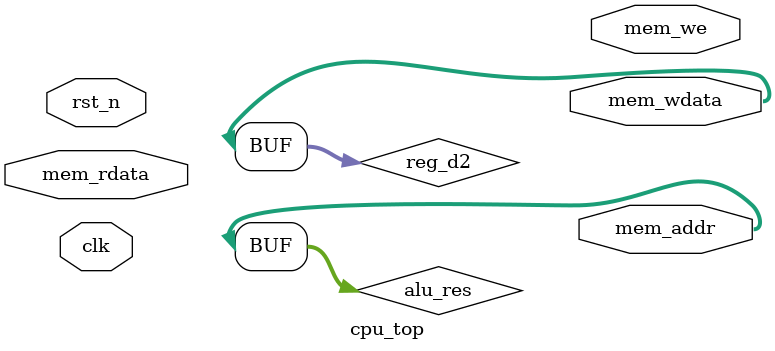
<source format=sv>
module cpu_top (
    input  logic        clk,
    input  logic        rst_n,
    // External Memory/Peripheral Interface
    output logic [31:0] mem_addr,
    output logic [31:0] mem_wdata,
    output logic        mem_we,
    input  logic [31:0] mem_rdata
);
    // Internal Wires (Simplified for Single Cycle)
    logic [31:0] pc, instr, reg_d1, reg_d2, alu_res, imm;
    logic        reg_we, alu_s, mem_reg;
    logic [1:0]  alu_op;

    // --- Instantiate Sub-modules ---
    // Note: You will need to add your Register File and PC modules here
    // as we build them out in the next steps.
    
    assign mem_addr  = alu_res;
    assign mem_wdata = reg_d2;
    // Control unit decides if we write to audio/memory
endmodule
</source>
